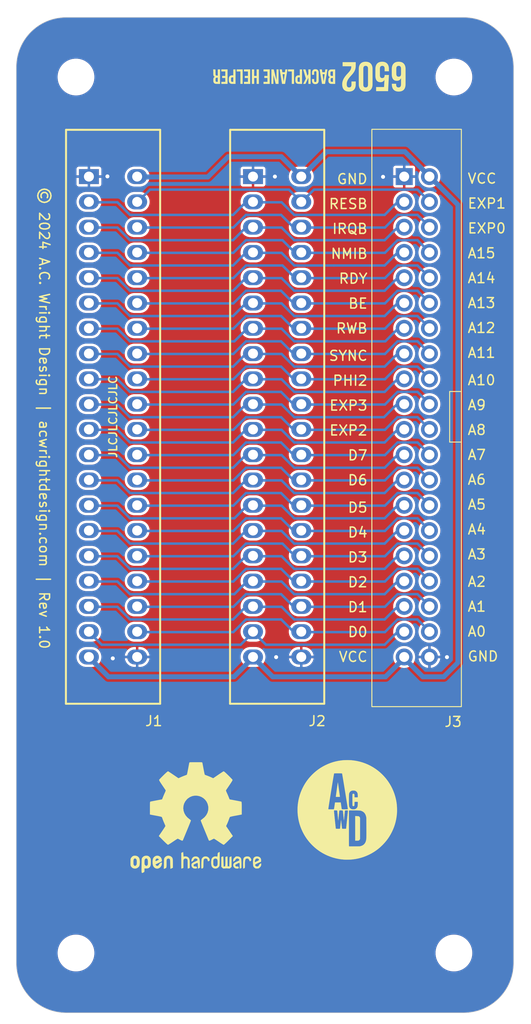
<source format=kicad_pcb>
(kicad_pcb (version 20241229) (generator "pcbnew") (generator_version "9.0")
  (title_block (title "6502 Backplane Helper") (date "2025-12-02") (rev "1.0") (company "A.C. Wright Design"))
  (layers (0 "F.Cu" signal "Top") (2 "B.Cu" signal "Bottom") (13 "F.Paste" user) (15 "B.Paste" user) (5 "F.SilkS" user "F.Silkscreen") (7 "B.SilkS" user "B.Silkscreen") (1 "F.Mask" user) (3 "B.Mask" user) (25 "Edge.Cuts" user))
  (net 0 "")
  (net 1 "A4")
  (net 2 "A6")
  (net 3 "A12")
  (net 4 "A5")
  (net 5 "SYNC")
  (net 6 "GND")
  (net 7 "VCC")
  (net 8 "A9")
  (net 9 "IRQB")
  (net 10 "A7")
  (net 11 "D2")
  (net 12 "D1")
  (net 13 "A0")
  (net 14 "RESB")
  (net 15 "A13")
  (net 16 "EXP3")
  (net 17 "A14")
  (net 18 "PHI2")
  (net 19 "A15")
  (net 20 "A10")
  (net 21 "D3")
  (net 22 "A2")
  (net 23 "A11")
  (net 24 "D0")
  (net 25 "NMIB")
  (net 26 "A8")
  (net 27 "A1")
  (net 28 "A3")
  (net 29 "EXP2")
  (net 30 "RWB")
  (net 31 "EXP1")
  (net 32 "D5")
  (net 33 "BE")
  (net 34 "D7")
  (net 35 "D4")
  (net 36 "EXP0")
  (net 37 "D6")
  (net 38 "RDY")
  (footprint "MountingHole:MountingHole_3.2mm_M3" (layer "F.Cu") (at 155 57)
    (property "Reference" "H2" (hide yes))
    (property "Value" "MountingHole" (hide yes))
  )
  (footprint "MountingHole:MountingHole_3.2mm_M3" (layer "F.Cu") (at 117 145)
    (property "Reference" "H4" (hide yes))
    (property "Value" "MountingHole" (hide yes))
  )
  (footprint "6502 Parts:RHDR40W82P485X254_2X20_5740X93" (layer "F.Cu") (at 118.3 67 -90)
    (property "Reference" "J1")
    (property "Value" "6502 Card Connector" (hide yes))
  )
  (footprint "6502 Parts:RHDR40W82P485X254_2X20_5740X93" (layer "F.Cu") (at 134.8 67 -90)
    (property "Reference" "J2")
    (property "Value" "6502 Card Connector" (hide yes))
  )
  (footprint "MountingHole:MountingHole_3.2mm_M3" (layer "F.Cu") (at 117 57)
    (property "Reference" "H1" (hide yes))
    (property "Value" "MountingHole" (hide yes))
  )
  (footprint "6502 Logos:6502 Backplane Helper Logo 3mm" (layer "F.Cu") (at 137.398528 56.960066 180)
    (property "Reference" "G***" (hide yes))
    (property "Value" "LOGO" (hide yes))
  )
  (footprint "MountingHole:MountingHole_3.2mm_M3" (layer "F.Cu") (at 155 145)
    (property "Reference" "H3" (hide yes))
    (property "Value" "MountingHole" (hide yes))
  )
  (footprint "A.C. Wright Logo:A.C. Wright Logo 10mm" (layer "F.Cu") (at 144.28 130.62)
    (property "Reference" "G***" (hide yes))
    (property "Value" "LOGO" (hide yes))
  )
  (footprint "Symbol:OSHW-Logo2_14.6x12mm_SilkScreen" (layer "F.Cu") (at 129.05 131.38)
    (property "Reference" "REF**" (hide yes))
    (property "Value" "OSHW-Logo2_14.6x12mm_SilkScreen" (hide yes))
  )
  (footprint "6502 Parts:6502 Bus Connector" (layer "F.Cu") (at 150 67)
    (property "Reference" "J3")
    (property "Value" "6502 Bus" (hide yes))
  )
  (gr_line (start 111.0011 146.0036) (end 111.0011 56.0036) (stroke (width 0.05)) (layer "Edge.Cuts"))
  (gr_arc (start 116.0011 151.0036) (mid 112.465566 149.539134) (end 111.0011 146.0036) (stroke (width 0.05)) (layer "Edge.Cuts"))
  (gr_line (start 161.0011 56.0036) (end 161.0011 146.0036) (stroke (width 0.05)) (layer "Edge.Cuts"))
  (gr_arc (start 161.0011 146.0036) (mid 159.536634 149.539134) (end 156.0011 151.0036) (stroke (width 0.05)) (layer "Edge.Cuts"))
  (gr_arc (start 156.0011 51.0036) (mid 159.536634 52.468066) (end 161.0011 56.0036) (stroke (width 0.05)) (layer "Edge.Cuts"))
  (gr_line (start 116.0011 51.0036) (end 156.0011 51.0036) (stroke (width 0.05)) (layer "Edge.Cuts"))
  (gr_line (start 156.0011 151.0036) (end 116.0011 151.0036) (stroke (width 0.05)) (layer "Edge.Cuts"))
  (gr_arc (start 111.0011 56.0036) (mid 112.465566 52.468066) (end 116.0011 51.0036) (stroke (width 0.05)) (layer "Edge.Cuts"))
  (gr_text "VCC" (at 146.4 115.25 0) (layer "F.SilkS") (effects (font (size 1 1)) (justify right)))
  (gr_text "A10" (at 156.3 87.45 0) (layer "F.SilkS") (effects (font (size 1 1)) (justify left)))
  (gr_text "A2" (at 156.3 107.7 0) (layer "F.SilkS") (effects (font (size 1 1)) (justify left)))
  (gr_text "GND\n" (at 146.4 67.25 0) (layer "F.SilkS") (effects (font (size 1 1)) (justify right)))
  (gr_text "D0" (at 146.4 112.75 0) (layer "F.SilkS") (effects (font (size 1 1)) (justify right)))
  (gr_text "RWB" (at 146.4 82.25 0) (layer "F.SilkS") (effects (font (size 1 1)) (justify right)))
  (gr_text "BE" (at 146.4 79.75 0) (layer "F.SilkS") (effects (font (size 1 1)) (justify right)))
  (gr_text "RESB" (at 146.4 69.75 0) (layer "F.SilkS") (effects (font (size 1 1)) (justify right)))
  (gr_text "A3" (at 156.3 104.95 0) (layer "F.SilkS") (effects (font (size 1 1)) (justify left)))
  (gr_text "EXP2" (at 146.4 92.5 0) (layer "F.SilkS") (effects (font (size 1 1)) (justify right)))
  (gr_text "D5" (at 146.4 100.25 0) (layer "F.SilkS") (effects (font (size 1 1)) (justify right)))
  (gr_text "A13" (at 156.3 79.7 0) (layer "F.SilkS") (effects (font (size 1 1)) (justify left)))
  (gr_text "D2" (at 146.4 107.75 0) (layer "F.SilkS") (effects (font (size 1 1)) (justify right)))
  (gr_text "D3" (at 146.4 105.25 0) (layer "F.SilkS") (effects (font (size 1 1)) (justify right)))
  (gr_text "EXP0" (at 156.3 72.2 0) (layer "F.SilkS") (effects (font (size 1 1)) (justify left)))
  (gr_text "A6" (at 156.3 97.45 0) (layer "F.SilkS") (effects (font (size 1 1)) (justify left)))
  (gr_text "A7" (at 156.3 94.95 0) (layer "F.SilkS") (effects (font (size 1 1)) (justify left)))
  (gr_text "A0" (at 156.3 112.7 0) (layer "F.SilkS") (effects (font (size 1 1)) (justify left)))
  (gr_text "D7" (at 146.4 95 0) (layer "F.SilkS") (effects (font (size 1 1)) (justify right)))
  (gr_text "D6" (at 146.4 97.5 0) (layer "F.SilkS") (effects (font (size 1 1)) (justify right)))
  (gr_text "A11" (at 156.3 84.7 0) (layer "F.SilkS") (effects (font (size 1 1)) (justify left)))
  (gr_text "A12" (at 156.3 82.2 0) (layer "F.SilkS") (effects (font (size 1 1)) (justify left)))
  (gr_text "SYNC" (at 146.4 85 0) (layer "F.SilkS") (effects (font (size 1 1)) (justify right)))
  (gr_text "D4" (at 146.4 102.75 0) (layer "F.SilkS") (effects (font (size 1 1)) (justify right)))
  (gr_text "IRQB" (at 146.4 72.25 0) (layer "F.SilkS") (effects (font (size 1 1)) (justify right)))
  (gr_text "A9" (at 156.3 89.95 0) (layer "F.SilkS") (effects (font (size 1 1)) (justify left)))
  (gr_text "A14" (at 156.3 77.2 0) (layer "F.SilkS") (effects (font (size 1 1)) (justify left)))
  (gr_text "EXP1" (at 156.3 69.7 0) (layer "F.SilkS") (effects (font (size 1 1)) (justify left)))
  (gr_text "GND\n" (at 156.3 115.2 0) (layer "F.SilkS") (effects (font (size 1 1)) (justify left)))
  (gr_text "A1" (at 156.3 110.2 0) (layer "F.SilkS") (effects (font (size 1 1)) (justify left)))
  (gr_text "RDY" (at 146.4 77.25 0) (layer "F.SilkS") (effects (font (size 1 1)) (justify right)))
  (gr_text "A8" (at 156.3 92.45 0) (layer "F.SilkS") (effects (font (size 1 1)) (justify left)))
  (gr_text "NMIB" (at 146.4 74.75 0) (layer "F.SilkS") (effects (font (size 1 1)) (justify right)))
  (gr_text "JLCJLCJLCJLC" (at 120.725 91.13 90) (layer "F.SilkS") (effects (font (size 0.8 0.8))))
  (gr_text "D1" (at 146.4 110.25 0) (layer "F.SilkS") (effects (font (size 1 1)) (justify right)))
  (gr_text "EXP3" (at 146.4 90 0) (layer "F.SilkS") (effects (font (size 1 1)) (justify right)))
  (gr_text "VCC" (at 156.3 67.2 0) (layer "F.SilkS") (effects (font (size 1 1)) (justify left)))
  (gr_text "A15" (at 156.3 74.7 0) (layer "F.SilkS") (effects (font (size 1 1)) (justify left)))
  (gr_text "PHI2" (at 146.4 87.5 0) (layer "F.SilkS") (effects (font (size 1 1)) (justify right)))
  (gr_text "© 2024 A.C. Wright Design | acwrightdesign.com | Rev 1.0" (at 113.8 91.26 270) (layer "F.SilkS") (effects (font (size 1 1))))
  (gr_text "A5" (at 156.3 99.95 0) (layer "F.SilkS") (effects (font (size 1 1)) (justify left)))
  (gr_text "A4" (at 156.3 102.45 0) (layer "F.SilkS") (effects (font (size 1 1)) (justify left)))
  (segment (start 137.624 101.33) (end 138.894 102.6) (width 0.25) (layer "B.Cu") (net 1))
  (segment (start 134.093174 101.33) (end 137.624 101.33) (width 0.25) (layer "B.Cu") (net 1))
  (segment (start 132.823174 102.6) (end 134.093174 101.33) (width 0.25) (layer "B.Cu") (net 1))
  (segment (start 138.894 102.6) (end 148.063174 102.6) (width 0.25) (layer "B.Cu") (net 1))
  (segment (start 151.34 101.33) (end 152.61 102.6) (width 0.25) (layer "B.Cu") (net 1))
  (segment (start 148.063174 102.6) (end 149.333174 101.33) (width 0.25) (layer "B.Cu") (net 1))
  (segment (start 122.3965 102.6) (end 132.823174 102.6) (width 0.25) (layer "B.Cu") (net 1))
  (segment (start 149.333174 101.33) (end 151.34 101.33) (width 0.25) (layer "B.Cu") (net 1))
  (segment (start 151.34 96.25) (end 152.61 97.52) (width 0.25) (layer "B.Cu") (net 2))
  (segment (start 138.894 97.52) (end 139.681 97.52) (width 0.25) (layer "B.Cu") (net 2))
  (segment (start 139.681 97.52) (end 148.063174 97.52) (width 0.25) (layer "B.Cu") (net 2))
  (segment (start 148.063174 97.52) (end 149.333174 96.25) (width 0.25) (layer "B.Cu") (net 2))
  (segment (start 123.171 97.52) (end 132.823174 97.52) (width 0.25) (layer "B.Cu") (net 2))
  (segment (start 137.624 96.25) (end 138.894 97.52) (width 0.25) (layer "B.Cu") (net 2))
  (segment (start 132.823174 97.52) (end 134.093174 96.25) (width 0.25) (layer "B.Cu") (net 2))
  (segment (start 149.333174 96.25) (end 151.34 96.25) (width 0.25) (layer "B.Cu") (net 2))
  (segment (start 122.3965 97.52) (end 123.171 97.52) (width 0.25) (layer "B.Cu") (net 2))
  (segment (start 134.093174 96.25) (end 137.624 96.25) (width 0.25) (layer "B.Cu") (net 2))
  (segment (start 139.681 82.28) (end 148.063174 82.28) (width 0.25) (layer "B.Cu") (net 3))
  (segment (start 151.34 81.01) (end 152.61 82.28) (width 0.25) (layer "B.Cu") (net 3))
  (segment (start 148.063174 82.28) (end 149.333174 81.01) (width 0.25) (layer "B.Cu") (net 3))
  (segment (start 138.894 82.28) (end 139.681 82.28) (width 0.25) (layer "B.Cu") (net 3))
  (segment (start 149.333174 81.01) (end 151.34 81.01) (width 0.25) (layer "B.Cu") (net 3))
  (segment (start 137.624 81.01) (end 138.894 82.28) (width 0.25) (layer "B.Cu") (net 3))
  (segment (start 122.384 82.28) (end 123.171 82.28) (width 0.25) (layer "B.Cu") (net 3))
  (segment (start 123.171 82.28) (end 127.5 82.28) (width 0.25) (layer "B.Cu") (net 3))
  (segment (start 132.823174 82.28) (end 134.093174 81.01) (width 0.25) (layer "B.Cu") (net 3))
  (segment (start 127.5 82.28) (end 132.823174 82.28) (width 0.25) (layer "B.Cu") (net 3))
  (segment (start 134.093174 81.01) (end 137.624 81.01) (width 0.25) (layer "B.Cu") (net 3))
  (segment (start 151.34 98.79) (end 152.61 100.06) (width 0.25) (layer "B.Cu") (net 4))
  (segment (start 132.823174 100.06) (end 134.093174 98.79) (width 0.25) (layer "B.Cu") (net 4))
  (segment (start 137.624 98.79) (end 138.894 100.06) (width 0.25) (layer "B.Cu") (net 4))
  (segment (start 149.333174 98.79) (end 151.34 98.79) (width 0.25) (layer "B.Cu") (net 4))
  (segment (start 122.384 100.06) (end 132.823174 100.06) (width 0.25) (layer "B.Cu") (net 4))
  (segment (start 138.894 100.06) (end 148.063174 100.06) (width 0.25) (layer "B.Cu") (net 4))
  (segment (start 148.063174 100.06) (end 149.333174 98.79) (width 0.25) (layer "B.Cu") (net 4))
  (segment (start 134.093174 98.79) (end 137.624 98.79) (width 0.25) (layer "B.Cu") (net 4))
  (segment (start 118.32 84.82) (end 121.164174 84.82) (width 0.25) (layer "B.Cu") (net 5))
  (segment (start 137.674174 84.82) (end 138.944174 86.09) (width 0.25) (layer "B.Cu") (net 5))
  (segment (start 122.434174 86.09) (end 126.575 86.09) (width 0.25) (layer "B.Cu") (net 5))
  (segment (start 148.038 86.09) (end 149.308 84.82) (width 0.25) (layer "B.Cu") (net 5))
  (segment (start 126.575 86.09) (end 132.798 86.09) (width 0.25) (layer "B.Cu") (net 5))
  (segment (start 121.164174 84.82) (end 122.434174 86.09) (width 0.25) (layer "B.Cu") (net 5))
  (segment (start 132.798 86.09) (end 134.068 84.82) (width 0.25) (layer "B.Cu") (net 5))
  (segment (start 117.558 84.82) (end 118.32 84.82) (width 0.25) (layer "B.Cu") (net 5))
  (segment (start 134.068 84.82) (end 134.83 84.82) (width 0.25) (layer "B.Cu") (net 5))
  (segment (start 134.83 84.82) (end 137.674174 84.82) (width 0.25) (layer "B.Cu") (net 5))
  (segment (start 149.308 84.82) (end 150.07 84.82) (width 0.25) (layer "B.Cu") (net 5))
  (segment (start 138.944174 86.09) (end 148.038 86.09) (width 0.25) (layer "B.Cu") (net 5))
  (via (at 137 67) (size 0.8) (drill 0.4) (layers "F.Cu" "B.Cu") (net 6))
  (via (at 137.125 115.275) (size 0.8) (drill 0.4) (layers "F.Cu" "B.Cu") (net 6))
  (via (at 154.3 115.275) (size 0.8) (drill 0.4) (layers "F.Cu" "B.Cu") (net 6))
  (via (at 120.7 115.4) (size 0.8) (drill 0.4) (layers "F.Cu" "B.Cu") (net 6))
  (via (at 120.16 66.98) (size 0.8) (drill 0.4) (layers "F.Cu" "B.Cu") (net 6))
  (via (at 147.875 67.025) (size 0.8) (drill 0.4) (layers "F.Cu" "B.Cu") (net 6))
  (segment (start 139.681 67.04) (end 139.656 67.04) (width 0.5) (layer "F.Cu") (net 7))
  (segment (start 150 115.37) (end 150.07 115.3) (width 0.5) (layer "F.Cu") (net 7))
  (segment (start 132.298 65) (end 137.641 65) (width 0.5) (layer "B.Cu") (net 7))
  (segment (start 130.258 67.04) (end 132.298 65) (width 0.5) (layer "B.Cu") (net 7))
  (segment (start 155.404 69.834) (end 150.07 64.5) (width 0.5) (layer "B.Cu") (net 7))
  (segment (start 150.07 64.5) (end 142.196 64.5) (width 0.5) (layer "B.Cu") (net 7))
  (segment (start 134.83 115.3) (end 136.78 117.25) (width 0.5) (layer "B.Cu") (net 7))
  (segment (start 136.78 117.25) (end 148.12 117.25) (width 0.5) (layer "B.Cu") (net 7))
  (segment (start 123.171 67.04) (end 123.171 67.015) (width 0.5) (layer "B.Cu") (net 7))
  (segment (start 120.27 117.25) (end 132.88 117.25) (width 0.5) (layer "B.Cu") (net 7))
  (segment (start 150 115.375) (end 151.875 117.25) (width 0.5) (layer "B.Cu") (net 7))
  (segment (start 153.975 117.25) (end 155.404 115.821) (width 0.5) (layer "B.Cu") (net 7))
  (segment (start 123.146 67.015) (end 123.171 67.04) (width 0.5) (layer "B.Cu") (net 7))
  (segment (start 123.171 67.04) (end 130.258 67.04) (width 0.5) (layer "B.Cu") (net 7))
  (segment (start 148.12 117.25) (end 150.07 115.3) (width 0.5) (layer "B.Cu") (net 7))
  (segment (start 155.404 115.821) (end 155.404 69.834) (width 0.5) (layer "B.Cu") (net 7))
  (segment (start 139.656 67.015) (end 139.681 67.04) (width 0.5) (layer "B.Cu") (net 7))
  (segment (start 151.875 117.25) (end 153.975 117.25) (width 0.5) (layer "B.Cu") (net 7))
  (segment (start 150 115.37) (end 150 115.375) (width 0.5) (layer "B.Cu") (net 7))
  (segment (start 118.32 115.3) (end 120.27 117.25) (width 0.5) (layer "B.Cu") (net 7))
  (segment (start 137.641 65) (end 139.681 67.04) (width 0.5) (layer "B.Cu") (net 7))
  (segment (start 139.681 67.015) (end 139.681 67.04) (width 0.5) (layer "B.Cu") (net 7))
  (segment (start 132.88 117.25) (end 134.83 115.3) (width 0.5) (layer "B.Cu") (net 7))
  (segment (start 142.196 64.5) (end 139.681 67.015) (width 0.5) (layer "B.Cu") (net 7))
  (segment (start 134.093174 88.63) (end 137.624 88.63) (width 0.25) (layer "B.Cu") (net 8))
  (segment (start 151.34 88.63) (end 152.61 89.9) (width 0.25) (layer "B.Cu") (net 8))
  (segment (start 137.624 88.63) (end 138.894 89.9) (width 0.25) (layer "B.Cu") (net 8))
  (segment (start 132.823174 89.9) (end 134.093174 88.63) (width 0.25) (layer "B.Cu") (net 8))
  (segment (start 138.894 89.9) (end 139.681 89.9) (width 0.25) (layer "B.Cu") (net 8))
  (segment (start 122.384 89.9) (end 123.171 89.9) (width 0.25) (layer "B.Cu") (net 8))
  (segment (start 148.063174 89.9) (end 149.333174 88.63) (width 0.25) (layer "B.Cu") (net 8))
  (segment (start 123.171 89.9) (end 132.823174 89.9) (width 0.25) (layer "B.Cu") (net 8))
  (segment (start 139.681 89.9) (end 148.063174 89.9) (width 0.25) (layer "B.Cu") (net 8))
  (segment (start 149.333174 88.63) (end 151.34 88.63) (width 0.25) (layer "B.Cu") (net 8))
  (segment (start 144.85 73.39) (end 148.038 73.39) (width 0.25) (layer "B.Cu") (net 9))
  (segment (start 137.674174 72.12) (end 138.944174 73.39) (width 0.25) (layer "B.Cu") (net 9))
  (segment (start 132.798 73.39) (end 134.068 72.12) (width 0.25) (layer "B.Cu") (net 9))
  (segment (start 134.83 72.12) (end 137.674174 72.12) (width 0.25) (layer "B.Cu") (net 9))
  (segment (start 122.434174 73.39) (end 132.798 73.39) (width 0.25) (layer "B.Cu") (net 9))
  (segment (start 134.068 72.12) (end 134.83 72.12) (width 0.25) (layer "B.Cu") (net 9))
  (segment (start 148.038 73.39) (end 149.308 72.12) (width 0.25) (layer "B.Cu") (net 9))
  (segment (start 121.164174 72.12) (end 122.434174 73.39) (width 0.25) (layer "B.Cu") (net 9))
  (segment (start 118.32 72.12) (end 121.164174 72.12) (width 0.25) (layer "B.Cu") (net 9))
  (segment (start 149.308 72.12) (end 150.07 72.12) (width 0.25) (layer "B.Cu") (net 9))
  (segment (start 117.558 72.12) (end 118.32 72.12) (width 0.25) (layer "B.Cu") (net 9))
  (segment (start 138.944174 73.39) (end 144.85 73.39) (width 0.25) (layer "B.Cu") (net 9))
  (segment (start 122.384 94.98) (end 123.171 94.98) (width 0.25) (layer "B.Cu") (net 10))
  (segment (start 134.093174 93.71) (end 137.624 93.71) (width 0.25) (layer "B.Cu") (net 10))
  (segment (start 132.823174 94.98) (end 134.093174 93.71) (width 0.25) (layer "B.Cu") (net 10))
  (segment (start 138.894 94.98) (end 139.681 94.98) (width 0.25) (layer "B.Cu") (net 10))
  (segment (start 137.624 93.71) (end 138.894 94.98) (width 0.25) (layer "B.Cu") (net 10))
  (segment (start 149.333174 93.71) (end 151.34 93.71) (width 0.25) (layer "B.Cu") (net 10))
  (segment (start 139.681 94.98) (end 148.063174 94.98) (width 0.25) (layer "B.Cu") (net 10))
  (segment (start 148.063174 94.98) (end 149.333174 93.71) (width 0.25) (layer "B.Cu") (net 10))
  (segment (start 151.34 93.71) (end 152.61 94.98) (width 0.25) (layer "B.Cu") (net 10))
  (segment (start 123.171 94.98) (end 132.823174 94.98) (width 0.25) (layer "B.Cu") (net 10))
  (segment (start 134.195 107.68) (end 134.83 107.68) (width 0.25) (layer "B.Cu") (net 11))
  (segment (start 134.83 107.68) (end 137.674174 107.68) (width 0.25) (layer "B.Cu") (net 11))
  (segment (start 137.674174 107.68) (end 138.944174 108.95) (width 0.25) (layer "B.Cu") (net 11))
  (segment (start 148.038 108.95) (end 149.308 107.68) (width 0.25) (layer "B.Cu") (net 11))
  (segment (start 117.558 107.68) (end 118.32 107.68) (width 0.25) (layer "B.Cu") (net 11))
  (segment (start 118.32 107.68) (end 121.164174 107.68) (width 0.25) (layer "B.Cu") (net 11))
  (segment (start 149.308 107.68) (end 150.07 107.68) (width 0.25) (layer "B.Cu") (net 11))
  (segment (start 121.164174 107.68) (end 122.434174 108.95) (width 0.25) (layer "B.Cu") (net 11))
  (segment (start 132.925 108.95) (end 134.195 107.68) (width 0.25) (layer "B.Cu") (net 11))
  (segment (start 122.434174 108.95) (end 132.925 108.95) (width 0.25) (layer "B.Cu") (net 11))
  (segment (start 138.944174 108.95) (end 148.038 108.95) (width 0.25) (layer "B.Cu") (net 11))
  (segment (start 149.308 110.22) (end 150.07 110.22) (width 0.25) (layer "B.Cu") (net 12))
  (segment (start 118.32 110.22) (end 121.164174 110.22) (width 0.25) (layer "B.Cu") (net 12))
  (segment (start 121.164174 110.22) (end 122.434174 111.49) (width 0.25) (layer "B.Cu") (net 12))
  (segment (start 134.83 110.22) (end 137.674174 110.22) (width 0.25) (layer "B.Cu") (net 12))
  (segment (start 137.674174 110.22) (end 138.944174 111.49) (width 0.25) (layer "B.Cu") (net 12))
  (segment (start 132.798 111.49) (end 134.068 110.22) (width 0.25) (layer "B.Cu") (net 12))
  (segment (start 122.434174 111.49) (end 132.798 111.49) (width 0.25) (layer "B.Cu") (net 12))
  (segment (start 117.558 110.22) (end 118.32 110.22) (width 0.25) (layer "B.Cu") (net 12))
  (segment (start 148.038 111.49) (end 149.308 110.22) (width 0.25) (layer "B.Cu") (net 12))
  (segment (start 138.944174 111.49) (end 148.038 111.49) (width 0.25) (layer "B.Cu") (net 12))
  (segment (start 134.068 110.22) (end 134.83 110.22) (width 0.25) (layer "B.Cu") (net 12))
  (segment (start 138.9065 112.76) (end 139.681 112.76) (width 0.25) (layer "B.Cu") (net 13))
  (segment (start 123.171 112.76) (end 132.823174 112.76) (width 0.25) (layer "B.Cu") (net 13))
  (segment (start 134.093174 111.49) (end 137.6365 111.49) (width 0.25) (layer "B.Cu") (net 13))
  (segment (start 148.063174 112.76) (end 149.333174 111.49) (width 0.25) (layer "B.Cu") (net 13))
  (segment (start 151.34 111.49) (end 152.61 112.76) (width 0.25) (layer "B.Cu") (net 13))
  (segment (start 139.681 112.76) (end 148.063174 112.76) (width 0.25) (layer "B.Cu") (net 13))
  (segment (start 122.384 112.76) (end 123.171 112.76) (width 0.25) (layer "B.Cu") (net 13))
  (segment (start 132.823174 112.76) (end 134.093174 111.49) (width 0.25) (layer "B.Cu") (net 13))
  (segment (start 149.333174 111.49) (end 151.34 111.49) (width 0.25) (layer "B.Cu") (net 13))
  (segment (start 137.6365 111.49) (end 138.9065 112.76) (width 0.25) (layer "B.Cu") (net 13))
  (segment (start 134.83 69.58) (end 137.674174 69.58) (width 0.25) (layer "B.Cu") (net 14))
  (segment (start 132.798 70.85) (end 134.068 69.58) (width 0.25) (layer "B.Cu") (net 14))
  (segment (start 138.944174 70.85) (end 146.775 70.85) (width 0.25) (layer "B.Cu") (net 14))
  (segment (start 118.32 69.58) (end 121.164174 69.58) (width 0.25) (layer "B.Cu") (net 14))
  (segment (start 148.038 70.85) (end 149.308 69.58) (width 0.25) (layer "B.Cu") (net 14))
  (segment (start 146.775 70.85) (end 148.038 70.85) (width 0.25) (layer "B.Cu") (net 14))
  (segment (start 117.558 69.58) (end 118.32 69.58) (width 0.25) (layer "B.Cu") (net 14))
  (segment (start 122.434174 70.85) (end 132.798 70.85) (width 0.25) (layer "B.Cu") (net 14))
  (segment (start 134.068 69.58) (end 134.83 69.58) (width 0.25) (layer "B.Cu") (net 14))
  (segment (start 137.674174 69.58) (end 138.944174 70.85) (width 0.25) (layer "B.Cu") (net 14))
  (segment (start 149.308 69.58) (end 150.07 69.58) (width 0.25) (layer "B.Cu") (net 14))
  (segment (start 121.164174 69.58) (end 122.434174 70.85) (width 0.25) (layer "B.Cu") (net 14))
  (segment (start 134.093174 78.47) (end 137.624 78.47) (width 0.25) (layer "B.Cu") (net 15))
  (segment (start 149.333174 78.47) (end 151.34 78.47) (width 0.25) (layer "B.Cu") (net 15))
  (segment (start 132.823174 79.74) (end 134.093174 78.47) (width 0.25) (layer "B.Cu") (net 15))
  (segment (start 151.34 78.47) (end 152.61 79.74) (width 0.25) (layer "B.Cu") (net 15))
  (segment (start 129.275 79.74) (end 132.823174 79.74) (width 0.25) (layer "B.Cu") (net 15))
  (segment (start 148.063174 79.74) (end 149.333174 78.47) (width 0.25) (layer "B.Cu") (net 15))
  (segment (start 139.681 79.74) (end 148.063174 79.74) (width 0.25) (layer "B.Cu") (net 15))
  (segment (start 123.171 79.74) (end 129.275 79.74) (width 0.25) (layer "B.Cu") (net 15))
  (segment (start 138.894 79.74) (end 139.681 79.74) (width 0.25) (layer "B.Cu") (net 15))
  (segment (start 137.624 78.47) (end 138.894 79.74) (width 0.25) (layer "B.Cu") (net 15))
  (segment (start 122.384 79.74) (end 123.171 79.74) (width 0.25) (layer "B.Cu") (net 15))
  (segment (start 121.164174 89.9) (end 122.434174 91.17) (width 0.25) (layer "B.Cu") (net 16))
  (segment (start 118.32 89.9) (end 121.164174 89.9) (width 0.25) (layer "B.Cu") (net 16))
  (segment (start 134.068 89.9) (end 134.83 89.9) (width 0.25) (layer "B.Cu") (net 16))
  (segment (start 117.558 89.9) (end 118.32 89.9) (width 0.25) (layer "B.Cu") (net 16))
  (segment (start 134.83 89.9) (end 137.674174 89.9) (width 0.25) (layer "B.Cu") (net 16))
  (segment (start 132.798 91.17) (end 134.068 89.9) (width 0.25) (layer "B.Cu") (net 16))
  (segment (start 138.944174 91.17) (end 147.9745 91.17) (width 0.25) (layer "B.Cu") (net 16))
  (segment (start 149.2445 89.9) (end 150.07 89.9) (width 0.25) (layer "B.Cu") (net 16))
  (segment (start 147.9745 91.17) (end 149.2445 89.9) (width 0.25) (layer "B.Cu") (net 16))
  (segment (start 137.674174 89.9) (end 138.944174 91.17) (width 0.25) (layer "B.Cu") (net 16))
  (segment (start 122.434174 91.17) (end 132.798 91.17) (width 0.25) (layer "B.Cu") (net 16))
  (segment (start 151.34 75.93) (end 152.61 77.2) (width 0.25) (layer "B.Cu") (net 17))
  (segment (start 149.333174 75.93) (end 151.34 75.93) (width 0.25) (layer "B.Cu") (net 17))
  (segment (start 132.823174 77.2) (end 134.093174 75.93) (width 0.25) (layer "B.Cu") (net 17))
  (segment (start 139.0335 77.2) (end 139.681 77.2) (width 0.25) (layer "B.Cu") (net 17))
  (segment (start 122.384 77.2) (end 123.171 77.2) (width 0.25) (layer "B.Cu") (net 17))
  (segment (start 137.7635 75.93) (end 139.0335 77.2) (width 0.25) (layer "B.Cu") (net 17))
  (segment (start 148.063174 77.2) (end 149.333174 75.93) (width 0.25) (layer "B.Cu") (net 17))
  (segment (start 131.15 77.2) (end 132.823174 77.2) (width 0.25) (layer "B.Cu") (net 17))
  (segment (start 123.171 77.2) (end 131.15 77.2) (width 0.25) (layer "B.Cu") (net 17))
  (segment (start 134.093174 75.93) (end 137.7635 75.93) (width 0.25) (layer "B.Cu") (net 17))
  (segment (start 139.681 77.2) (end 148.063174 77.2) (width 0.25) (layer "B.Cu") (net 17))
  (segment (start 121.164174 87.36) (end 122.434174 88.63) (width 0.25) (layer "B.Cu") (net 18))
  (segment (start 148.038 88.63) (end 149.308 87.36) (width 0.25) (layer "B.Cu") (net 18))
  (segment (start 138.944174 88.63) (end 148.038 88.63) (width 0.25) (layer "B.Cu") (net 18))
  (segment (start 137.674174 87.36) (end 138.944174 88.63) (width 0.25) (layer "B.Cu") (net 18))
  (segment (start 117.558 87.36) (end 121.164174 87.36) (width 0.25) (layer "B.Cu") (net 18))
  (segment (start 132.798 88.63) (end 134.068 87.36) (width 0.25) (layer "B.Cu") (net 18))
  (segment (start 134.068 87.36) (end 137.674174 87.36) (width 0.25) (layer "B.Cu") (net 18))
  (segment (start 149.308 87.36) (end 150.07 87.36) (width 0.25) (layer "B.Cu") (net 18))
  (segment (start 122.434174 88.63) (end 132.798 88.63) (width 0.25) (layer "B.Cu") (net 18))
  (segment (start 139.681 74.66) (end 141.95 74.66) (width 0.25) (layer "B.Cu") (net 19))
  (segment (start 141.95 74.66) (end 148.063174 74.66) (width 0.25) (layer "B.Cu") (net 19))
  (segment (start 134.093174 73.39) (end 137.7635 73.39) (width 0.25) (layer "B.Cu") (net 19))
  (segment (start 137.7635 73.39) (end 139.0335 74.66) (width 0.25) (layer "B.Cu") (net 19))
  (segment (start 139.0335 74.66) (end 139.681 74.66) (width 0.25) (layer "B.Cu") (net 19))
  (segment (start 148.063174 74.66) (end 149.333174 73.39) (width 0.25) (layer "B.Cu") (net 19))
  (segment (start 123.171 74.66) (end 132.823174 74.66) (width 0.25) (layer "B.Cu") (net 19))
  (segment (start 132.823174 74.66) (end 134.093174 73.39) (width 0.25) (layer "B.Cu") (net 19))
  (segment (start 151.34 73.39) (end 152.61 74.66) (width 0.25) (layer "B.Cu") (net 19))
  (segment (start 149.333174 73.39) (end 151.34 73.39) (width 0.25) (layer "B.Cu") (net 19))
  (segment (start 122.5235 74.66) (end 123.171 74.66) (width 0.25) (layer "B.Cu") (net 19))
  (segment (start 123.171 87.36) (end 132.823174 87.36) (width 0.25) (layer "B.Cu") (net 20))
  (segment (start 139.681 87.36) (end 148.063174 87.36) (width 0.25) (layer "B.Cu") (net 20))
  (segment (start 151.34 86.09) (end 152.61 87.36) (width 0.25) (layer "B.Cu") (net 20))
  (segment (start 137.624 86.09) (end 138.894 87.36) (width 0.25) (layer "B.Cu") (net 20))
  (segment (start 138.894 87.36) (end 139.681 87.36) (width 0.25) (layer "B.Cu") (net 20))
  (segment (start 122.384 87.36) (end 123.171 87.36) (width 0.25) (layer "B.Cu") (net 20))
  (segment (start 149.333174 86.09) (end 151.34 86.09) (width 0.25) (layer "B.Cu") (net 20))
  (segment (start 132.823174 87.36) (end 134.093174 86.09) (width 0.25) (layer "B.Cu") (net 20))
  (segment (start 134.093174 86.09) (end 137.624 86.09) (width 0.25) (layer "B.Cu") (net 20))
  (segment (start 148.063174 87.36) (end 149.333174 86.09) (width 0.25) (layer "B.Cu") (net 20))
  (segment (start 121.164174 105.14) (end 122.434174 106.41) (width 0.25) (layer "B.Cu") (net 21))
  (segment (start 138.944174 106.41) (end 148.038 106.41) (width 0.25) (layer "B.Cu") (net 21))
  (segment (start 117.558 105.14) (end 121.164174 105.14) (width 0.25) (layer "B.Cu") (net 21))
  (segment (start 122.434174 106.41) (end 132.798 106.41) (width 0.25) (layer "B.Cu") (net 21))
  (segment (start 134.068 105.14) (end 137.674174 105.14) (width 0.25) (layer "B.Cu") (net 21))
  (segment (start 148.038 106.41) (end 149.308 105.14) (width 0.25) (layer "B.Cu") (net 21))
  (segment (start 132.798 106.41) (end 134.068 105.14) (width 0.25) (layer "B.Cu") (net 21))
  (segment (start 149.308 105.14) (end 150.07 105.14) (width 0.25) (layer "B.Cu") (net 21))
  (segment (start 137.674174 105.14) (end 138.944174 106.41) (width 0.25) (layer "B.Cu") (net 21))
  (segment (start 134.093174 106.41) (end 137.6365 106.41) (width 0.25) (layer "B.Cu") (net 22))
  (segment (start 151.34 106.41) (end 152.61 107.68) (width 0.25) (layer "B.Cu") (net 22))
  (segment (start 139.681 107.68) (end 148.063174 107.68) (width 0.25) (layer "B.Cu") (net 22))
  (segment (start 149.333174 106.41) (end 151.34 106.41) (width 0.25) (layer "B.Cu") (net 22))
  (segment (start 132.823174 107.68) (end 134.093174 106.41) (width 0.25) (layer "B.Cu") (net 22))
  (segment (start 138.9065 107.68) (end 139.681 107.68) (width 0.25) (layer "B.Cu") (net 22))
  (segment (start 137.6365 106.41) (end 138.9065 107.68) (width 0.25) (layer "B.Cu") (net 22))
  (segment (start 122.384 107.68) (end 123.171 107.68) (width 0.25) (layer "B.Cu") (net 22))
  (segment (start 123.171 107.68) (end 132.823174 107.68) (width 0.25) (layer "B.Cu") (net 22))
  (segment (start 148.063174 107.68) (end 149.333174 106.41) (width 0.25) (layer "B.Cu") (net 22))
  (segment (start 148.063174 84.82) (end 149.333174 83.55) (width 0.25) (layer "B.Cu") (net 23))
  (segment (start 134.093174 83.55) (end 137.624 83.55) (width 0.25) (layer "B.Cu") (net 23))
  (segment (start 151.34 83.55) (end 152.61 84.82) (width 0.25) (layer "B.Cu") (net 23))
  (segment (start 122.384 84.82) (end 123.171 84.82) (width 0.25) (layer "B.Cu") (net 23))
  (segment (start 137.624 83.55) (end 138.894 84.82) (width 0.25) (layer "B.Cu") (net 23))
  (segment (start 123.171 84.82) (end 125.425 84.82) (width 0.25) (layer "B.Cu") (net 23))
  (segment (start 139.681 84.82) (end 148.063174 84.82) (width 0.25) (layer "B.Cu") (net 23))
  (segment (start 125.425 84.82) (end 132.823174 84.82) (width 0.25) (layer "B.Cu") (net 23))
  (segment (start 132.823174 84.82) (end 134.093174 83.55) (width 0.25) (layer "B.Cu") (net 23))
  (segment (start 149.333174 83.55) (end 151.34 83.55) (width 0.25) (layer "B.Cu") (net 23))
  (segment (start 138.894 84.82) (end 139.681 84.82) (width 0.25) (layer "B.Cu") (net 23))
  (segment (start 119.59 114.03) (end 133.56 114.03) (width 0.25) (layer "B.Cu") (net 24))
  (segment (start 148.038 114.03) (end 149.308 112.76) (width 0.25) (layer "B.Cu") (net 24))
  (segment (start 149.308 112.76) (end 150.07 112.76) (width 0.25) (layer "B.Cu") (net 24))
  (segment (start 136.1 114.03) (end 148.038 114.03) (width 0.25) (layer "B.Cu") (net 24))
  (segment (start 133.56 114.03) (end 134.83 112.76) (width 0.25) (layer "B.Cu") (net 24))
  (segment (start 134.83 112.76) (end 136.1 114.03) (width 0.25) (layer "B.Cu") (net 24))
  (segment (start 118.32 112.76) (end 119.59 114.03) (width 0.25) (layer "B.Cu") (net 24))
  (segment (start 117.558 74.66) (end 118.32 74.66) (width 0.25) (layer "B.Cu") (net 25))
  (segment (start 137.674174 74.66) (end 138.944174 75.93) (width 0.25) (layer "B.Cu") (net 25))
  (segment (start 148.038 75.93) (end 149.308 74.66) (width 0.25) (layer "B.Cu") (net 25))
  (segment (start 142.925 75.93) (end 148.038 75.93) (width 0.25) (layer "B.Cu") (net 25))
  (segment (start 149.308 74.66) (end 150.07 74.66) (width 0.25) (layer "B.Cu") (net 25))
  (segment (start 132.798 75.93) (end 134.068 74.66) (width 0.25) (layer "B.Cu") (net 25))
  (segment (start 118.32 74.66) (end 121.164174 74.66) (width 0.25) (layer "B.Cu") (net 25))
  (segment (start 134.068 74.66) (end 134.83 74.66) (width 0.25) (layer "B.Cu") (net 25))
  (segment (start 134.83 74.66) (end 137.674174 74.66) (width 0.25) (layer "B.Cu") (net 25))
  (segment (start 122.434174 75.93) (end 132.798 75.93) (width 0.25) (layer "B.Cu") (net 25))
  (segment (start 138.944174 75.93) (end 142.925 75.93) (width 0.25) (layer "B.Cu") (net 25))
  (segment (start 121.164174 74.66) (end 122.434174 75.93) (width 0.25) (layer "B.Cu") (net 25))
  (segment (start 148.063174 92.44) (end 149.333174 91.17) (width 0.25) (layer "B.Cu") (net 26))
  (segment (start 151.34 91.17) (end 152.61 92.44) (width 0.25) (layer "B.Cu") (net 26))
  (segment (start 132.823174 92.44) (end 134.093174 91.17) (width 0.25) (layer "B.Cu") (net 26))
  (segment (start 139.681 92.44) (end 148.063174 92.44) (width 0.25) (layer "B.Cu") (net 26))
  (segment (start 123.171 92.44) (end 132.823174 92.44) (width 0.25) (layer "B.Cu") (net 26))
  (segment (start 122.5235 92.44) (end 123.171 92.44) (width 0.25) (layer "B.Cu") (net 26))
  (segment (start 138.894 92.44) (end 139.681 92.44) (width 0.25) (layer "B.Cu") (net 26))
  (segment (start 137.624 91.17) (end 138.894 92.44) (width 0.25) (layer "B.Cu") (net 26))
  (segment (start 134.093174 91.17) (end 137.624 91.17) (width 0.25) (layer "B.Cu") (net 26))
  (segment (start 149.333174 91.17) (end 151.34 91.17) (width 0.25) (layer "B.Cu") (net 26))
  (segment (start 134.093174 108.95) (end 137.624 108.95) (width 0.25) (layer "B.Cu") (net 27))
  (segment (start 132.823174 110.22) (end 134.093174 108.95) (width 0.25) (layer "B.Cu") (net 27))
  (segment (start 148.063174 110.22) (end 149.333174 108.95) (width 0.25) (layer "B.Cu") (net 27))
  (segment (start 139.681 110.22) (end 148.063174 110.22) (width 0.25) (layer "B.Cu") (net 27))
  (segment (start 149.333174 108.95) (end 151.34 108.95) (width 0.25) (layer "B.Cu") (net 27))
  (segment (start 151.34 108.95) (end 152.61 110.22) (width 0.25) (layer "B.Cu") (net 27))
  (segment (start 138.894 110.22) (end 139.681 110.22) (width 0.25) (layer "B.Cu") (net 27))
  (segment (start 122.384 110.22) (end 123.171 110.22) (width 0.25) (layer "B.Cu") (net 27))
  (segment (start 123.171 110.22) (end 132.823174 110.22) (width 0.25) (layer "B.Cu") (net 27))
  (segment (start 137.624 108.95) (end 138.894 110.22) (width 0.25) (layer "B.Cu") (net 27))
  (segment (start 137.7635 103.87) (end 139.0335 105.14) (width 0.25) (layer "B.Cu") (net 28))
  (segment (start 122.384 105.14) (end 132.823174 105.14) (width 0.25) (layer "B.Cu") (net 28))
  (segment (start 134.093174 103.87) (end 137.7635 103.87) (width 0.25) (layer "B.Cu") (net 28))
  (segment (start 149.333174 103.87) (end 151.34 103.87) (width 0.25) (layer "B.Cu") (net 28))
  (segment (start 151.34 103.87) (end 152.61 105.14) (width 0.25) (layer "B.Cu") (net 28))
  (segment (start 139.0335 105.14) (end 148.063174 105.14) (width 0.25) (layer "B.Cu") (net 28))
  (segment (start 148.063174 105.14) (end 149.333174 103.87) (width 0.25) (layer "B.Cu") (net 28))
  (segment (start 132.823174 105.14) (end 134.093174 103.87) (width 0.25) (layer "B.Cu") (net 28))
  (segment (start 137.674174 92.44) (end 138.944174 93.71) (width 0.25) (layer "B.Cu") (net 29))
  (segment (start 132.798 93.71) (end 134.068 92.44) (width 0.25) (layer "B.Cu") (net 29))
  (segment (start 138.944174 93.71) (end 148.038 93.71) (width 0.25) (layer "B.Cu") (net 29))
  (segment (start 134.83 92.44) (end 137.674174 92.44) (width 0.25) (layer "B.Cu") (net 29))
  (segment (start 117.558 92.44) (end 118.32 92.44) (width 0.25) (layer "B.Cu") (net 29))
  (segment (start 121.164174 92.44) (end 122.434174 93.71) (width 0.25) (layer "B.Cu") (net 29))
  (segment (start 118.32 92.44) (end 121.164174 92.44) (width 0.25) (layer "B.Cu") (net 29))
  (segment (start 149.308 92.44) (end 150.07 92.44) (width 0.25) (layer "B.Cu") (net 29))
  (segment (start 122.434174 93.71) (end 132.798 93.71) (width 0.25) (layer "B.Cu") (net 29))
  (segment (start 148.038 93.71) (end 149.308 92.44) (width 0.25) (layer "B.Cu") (net 29))
  (segment (start 134.068 92.44) (end 134.83 92.44) (width 0.25) (layer "B.Cu") (net 29))
  (segment (start 121.164174 82.28) (end 122.434174 83.55) (width 0.25) (layer "B.Cu") (net 30))
  (segment (start 138.944174 83.55) (end 148.1015 83.55) (width 0.25) (layer "B.Cu") (net 30))
  (segment (start 134.83 82.28) (end 137.674174 82.28) (width 0.25) (layer "B.Cu") (net 30))
  (segment (start 149.3715 82.28) (end 150.07 82.28) (width 0.25) (layer "B.Cu") (net 30))
  (segment (start 122.434174 83.55) (end 128.4 83.55) (width 0.25) (layer "B.Cu") (net 30))
  (segment (start 128.4 83.55) (end 132.925 83.55) (width 0.25) (layer "B.Cu") (net 30))
  (segment (start 118.32 82.28) (end 121.164174 82.28) (width 0.25) (layer "B.Cu") (net 30))
  (segment (start 134.195 82.28) (end 134.83 82.28) (width 0.25) (layer "B.Cu") (net 30))
  (segment (start 148.1015 83.55) (end 149.3715 82.28) (width 0.25) (layer "B.Cu") (net 30))
  (segment (start 117.685 82.28) (end 118.32 82.28) (width 0.25) (layer "B.Cu") (net 30))
  (segment (start 137.674174 82.28) (end 138.944174 83.55) (width 0.25) (layer "B.Cu") (net 30))
  (segment (start 132.925 83.55) (end 134.195 82.28) (width 0.25) (layer "B.Cu") (net 30))
  (segment (start 140.926 68.31) (end 145.7 68.31) (width 0.25) (layer "B.Cu") (net 31))
  (segment (start 139.681 69.58) (end 139.681 69.555) (width 0.25) (layer "B.Cu") (net 31))
  (segment (start 151.34 68.31) (end 152.61 69.58) (width 0.25) (layer "B.Cu") (net 31))
  (segment (start 124.441 68.31) (end 138.411 68.31) (width 0.25) (layer "B.Cu") (net 31))
  (segment (start 139.681 69.555) (end 140.926 68.31) (width 0.25) (layer "B.Cu") (net 31))
  (segment (start 145.7 68.31) (end 151.34 68.31) (width 0.25) (layer "B.Cu") (net 31))
  (segment (start 123.171 69.58) (end 124.441 68.31) (width 0.25) (layer "B.Cu") (net 31))
  (segment (start 138.411 68.31) (end 139.681 69.58) (width 0.25) (layer "B.Cu") (net 31))
  (segment (start 132.925 101.33) (end 134.195 100.06) (width 0.25) (layer "B.Cu") (net 32))
  (segment (start 117.558 100.06) (end 121.164174 100.06) (width 0.25) (layer "B.Cu") (net 32))
  (segment (start 134.195 100.06) (end 137.674174 100.06) (width 0.25) (layer "B.Cu") (net 32))
  (segment (start 149.308 100.06) (end 150.07 100.06) (width 0.25) (layer "B.Cu") (net 32))
  (segment (start 121.164174 100.06) (end 122.434174 101.33) (width 0.25) (layer "B.Cu") (net 32))
  (segment (start 148.038 101.33) (end 149.308 100.06) (width 0.25) (layer "B.Cu") (net 32))
  (segment (start 138.944174 101.33) (end 148.038 101.33) (width 0.25) (layer "B.Cu") (net 32))
  (segment (start 122.434174 101.33) (end 132.925 101.33) (width 0.25) (layer "B.Cu") (net 32))
  (segment (start 137.674174 100.06) (end 138.944174 101.33) (width 0.25) (layer "B.Cu") (net 32))
  (segment (start 134.068 79.74) (end 134.83 79.74) (width 0.25) (layer "B.Cu") (net 33))
  (segment (start 138.944174 81.01) (end 148.038 81.01) (width 0.25) (layer "B.Cu") (net 33))
  (segment (start 121.164174 79.74) (end 122.434174 81.01) (width 0.25) (layer "B.Cu") (net 33))
  (segment (start 148.038 81.01) (end 149.308 79.74) (width 0.25) (layer "B.Cu") (net 33))
  (segment (start 118.32 79.74) (end 121.164174 79.74) (width 0.25) (layer "B.Cu") (net 33))
  (segment (start 134.83 79.74) (end 137.674174 79.74) (width 0.25) (layer "B.Cu") (net 33))
  (segment (start 117.558 79.74) (end 118.32 79.74) (width 0.25) (layer "B.Cu") (net 33))
  (segment (start 122.434174 81.01) (end 130.175 81.01) (width 0.25) (layer "B.Cu") (net 33))
  (segment (start 132.798 81.01) (end 134.068 79.74) (width 0.25) (layer "B.Cu") (net 33))
  (segment (start 137.674174 79.74) (end 138.944174 81.01) (width 0.25) (layer "B.Cu") (net 33))
  (segment (start 130.175 81.01) (end 132.798 81.01) (width 0.25) (layer "B.Cu") (net 33))
  (segment (start 149.308 79.74) (end 150.07 79.74) (width 0.25) (layer "B.Cu") (net 33))
  (segment (start 121.164174 94.98) (end 122.434174 96.25) (width 0.25) (layer "B.Cu") (net 34))
  (segment (start 138.944174 96.25) (end 148.038 96.25) (width 0.25) (layer "B.Cu") (net 34))
  (segment (start 132.798 96.25) (end 134.068 94.98) (width 0.25) (layer "B.Cu") (net 34))
  (segment (start 122.434174 96.25) (end 132.798 96.25) (width 0.25) (layer "B.Cu") (net 34))
  (segment (start 117.558 94.98) (end 118.32 94.98) (width 0.25) (layer "B.Cu") (net 34))
  (segment (start 137.674174 94.98) (end 138.944174 96.25) (width 0.25) (layer "B.Cu") (net 34))
  (segment (start 149.308 94.98) (end 150.07 94.98) (width 0.25) (layer "B.Cu") (net 34))
  (segment (start 134.068 94.98) (end 134.83 94.98) (width 0.25) (layer "B.Cu") (net 34))
  (segment (start 148.038 96.25) (end 149.308 94.98) (width 0.25) (layer "B.Cu") (net 34))
  (segment (start 118.32 94.98) (end 121.164174 94.98) (width 0.25) (layer "B.Cu") (net 34))
  (segment (start 134.83 94.98) (end 137.674174 94.98) (width 0.25) (layer "B.Cu") (net 34))
  (segment (start 121.164174 102.6) (end 122.434174 103.87) (width 0.25) (layer "B.Cu") (net 35))
  (segment (start 132.798 103.87) (end 134.068 102.6) (width 0.25) (layer "B.Cu") (net 35))
  (segment (start 122.434174 103.87) (end 132.798 103.87) (width 0.25) (layer "B.Cu") (net 35))
  (segment (start 148.038 103.87) (end 149.308 102.6) (width 0.25) (layer "B.Cu") (net 35))
  (segment (start 134.068 102.6) (end 137.674174 102.6) (width 0.25) (layer "B.Cu") (net 35))
  (segment (start 149.308 102.6) (end 150.07 102.6) (width 0.25) (layer "B.Cu") (net 35))
  (segment (start 138.944174 103.87) (end 148.038 103.87) (width 0.25) (layer "B.Cu") (net 35))
  (segment (start 117.558 102.6) (end 121.164174 102.6) (width 0.25) (layer "B.Cu") (net 35))
  (segment (start 137.674174 102.6) (end 138.944174 103.87) (width 0.25) (layer "B.Cu") (net 35))
  (segment (start 148.063174 72.12) (end 149.333174 70.85) (width 0.25) (layer "B.Cu") (net 36))
  (segment (start 137.624 70.85) (end 138.894 72.12) (width 0.25) (layer "B.Cu") (net 36))
  (segment (start 134.093174 70.85) (end 137.624 70.85) (width 0.25) (layer "B.Cu") (net 36))
  (segment (start 143.85 72.12) (end 148.063174 72.12) (width 0.25) (layer "B.Cu") (net 36))
  (segment (start 138.894 72.12) (end 139.681 72.12) (width 0.25) (layer "B.Cu") (net 36))
  (segment (start 149.333174 70.85) (end 151.34 70.85) (width 0.25) (layer "B.Cu") (net 36))
  (segment (start 151.34 70.85) (end 152.61 72.12) (width 0.25) (layer "B.Cu") (net 36))
  (segment (start 139.681 72.12) (end 143.85 72.12) (width 0.25) (layer "B.Cu") (net 36))
  (segment (start 132.823174 72.12) (end 134.093174 70.85) (width 0.25) (layer "B.Cu") (net 36))
  (segment (start 122.384 72.12) (end 123.171 72.12) (width 0.25) (layer "B.Cu") (net 36))
  (segment (start 123.171 72.12) (end 132.823174 72.12) (width 0.25) (layer "B.Cu") (net 36))
  (segment (start 132.798 98.79) (end 134.068 97.52) (width 0.25) (layer "B.Cu") (net 37))
  (segment (start 122.434174 98.79) (end 132.798 98.79) (width 0.25) (layer "B.Cu") (net 37))
  (segment (start 118.32 97.52) (end 121.164174 97.52) (width 0.25) (layer "B.Cu") (net 37))
  (segment (start 137.674174 97.52) (end 138.944174 98.79) (width 0.25) (layer "B.Cu") (net 37))
  (segment (start 149.308 97.52) (end 150.07 97.52) (width 0.25) (layer "B.Cu") (net 37))
  (segment (start 138.944174 98.79) (end 148.038 98.79) (width 0.25) (layer "B.Cu") (net 37))
  (segment (start 134.83 97.52) (end 137.674174 97.52) (width 0.25) (layer "B.Cu") (net 37))
  (segment (start 134.068 97.52) (end 134.83 97.52) (width 0.25) (layer "B.Cu") (net 37))
  (segment (start 148.038 98.79) (end 149.308 97.52) (width 0.25) (layer "B.Cu") (net 37))
  (segment (start 117.558 97.52) (end 118.32 97.52) (width 0.25) (layer "B.Cu") (net 37))
  (segment (start 121.164174 97.52) (end 122.434174 98.79) (width 0.25) (layer "B.Cu") (net 37))
  (segment (start 138.944174 78.47) (end 148.038 78.47) (width 0.25) (layer "B.Cu") (net 38))
  (segment (start 134.068 77.2) (end 134.83 77.2) (width 0.25) (layer "B.Cu") (net 38))
  (segment (start 118.32 77.2) (end 121.164174 77.2) (width 0.25) (layer "B.Cu") (net 38))
  (segment (start 122.434174 78.47) (end 132.125 78.47) (width 0.25) (layer "B.Cu") (net 38))
  (segment (start 132.125 78.47) (end 132.798 78.47) (width 0.25) (layer "B.Cu") (net 38))
  (segment (start 117.558 77.2) (end 118.32 77.2) (width 0.25) (layer "B.Cu") (net 38))
  (segment (start 121.164174 77.2) (end 122.434174 78.47) (width 0.25) (layer "B.Cu") (net 38))
  (segment (start 137.674174 77.2) (end 138.944174 78.47) (width 0.25) (layer "B.Cu") (net 38))
  (segment (start 132.798 78.47) (end 134.068 77.2) (width 0.25) (layer "B.Cu") (net 38))
  (segment (start 149.308 77.2) (end 150.07 77.2) (width 0.25) (layer "B.Cu") (net 38))
  (segment (start 148.038 78.47) (end 149.308 77.2) (width 0.25) (layer "B.Cu") (net 38))
  (segment (start 134.83 77.2) (end 137.674174 77.2) (width 0.25) (layer "B.Cu") (net 38))
  (zone (net 6) (net_name "GND") (layer "F.Cu") (connect_pads (clearance 0.254)) (min_thickness 0.254) (fill yes (thermal_gap 0.254) (thermal_bridge_width 0.254))
    (polygon (pts (xy 162.77 152.13) (xy 109.36 152.13) (xy 109.36 49.26) (xy 162.77 49.26)))
  )
  (zone (net 6) (net_name "GND") (layer "B.Cu") (connect_pads (clearance 0.254)) (min_thickness 0.254) (fill yes (thermal_gap 0.254) (thermal_bridge_width 0.254))
    (polygon (pts (xy 162.77 152.13) (xy 109.44 152.13) (xy 109.44 49.26) (xy 162.77 49.26)))
  )
)
</source>
